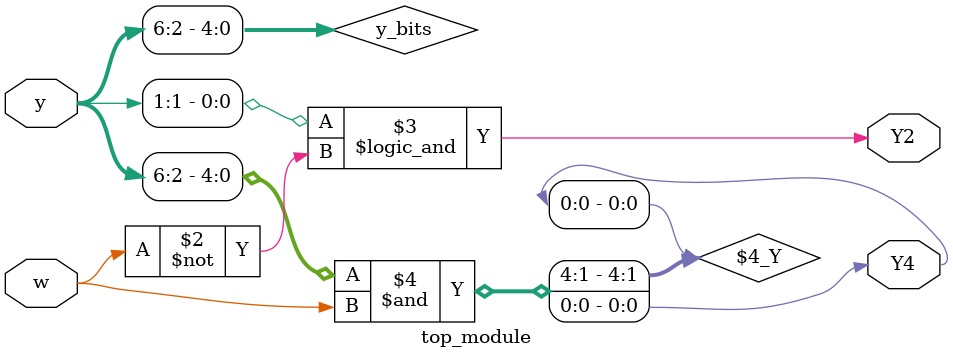
<source format=sv>
module top_module (
	input [6:1] y,
	input w,
	output reg Y2,
	output reg Y4
);
    
    wire [5:1] y_bits;
    
    assign y_bits = y[6:2];
    
    always @ (w or y)
    begin
        Y2 = y[1] && ~w;
        Y4 = y_bits & w;
    end
endmodule

</source>
